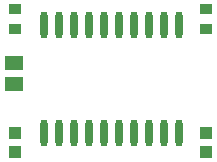
<source format=gtp>
G04 Layer_Color=7318015*
%FSLAX25Y25*%
%MOIN*%
G70*
G01*
G75*
%ADD10O,0.02362X0.09055*%
%ADD11R,0.03937X0.03937*%
%ADD12R,0.05906X0.04724*%
%ADD13R,0.03937X0.03740*%
D10*
X65000Y90512D02*
D03*
X60000D02*
D03*
X55000D02*
D03*
X50000D02*
D03*
X45000D02*
D03*
X40000D02*
D03*
X35000D02*
D03*
X30000D02*
D03*
X25000D02*
D03*
X20000D02*
D03*
X65000Y54488D02*
D03*
X60000D02*
D03*
X55000D02*
D03*
X50000D02*
D03*
X45000D02*
D03*
X40000D02*
D03*
X35000D02*
D03*
X30000D02*
D03*
X25000D02*
D03*
X20000D02*
D03*
D11*
X73908Y54528D02*
D03*
Y48228D02*
D03*
X10469Y54469D02*
D03*
Y48169D02*
D03*
D12*
X10000Y78043D02*
D03*
Y70957D02*
D03*
D13*
X10376Y95870D02*
D03*
Y89374D02*
D03*
X74000Y89252D02*
D03*
Y95748D02*
D03*
M02*

</source>
